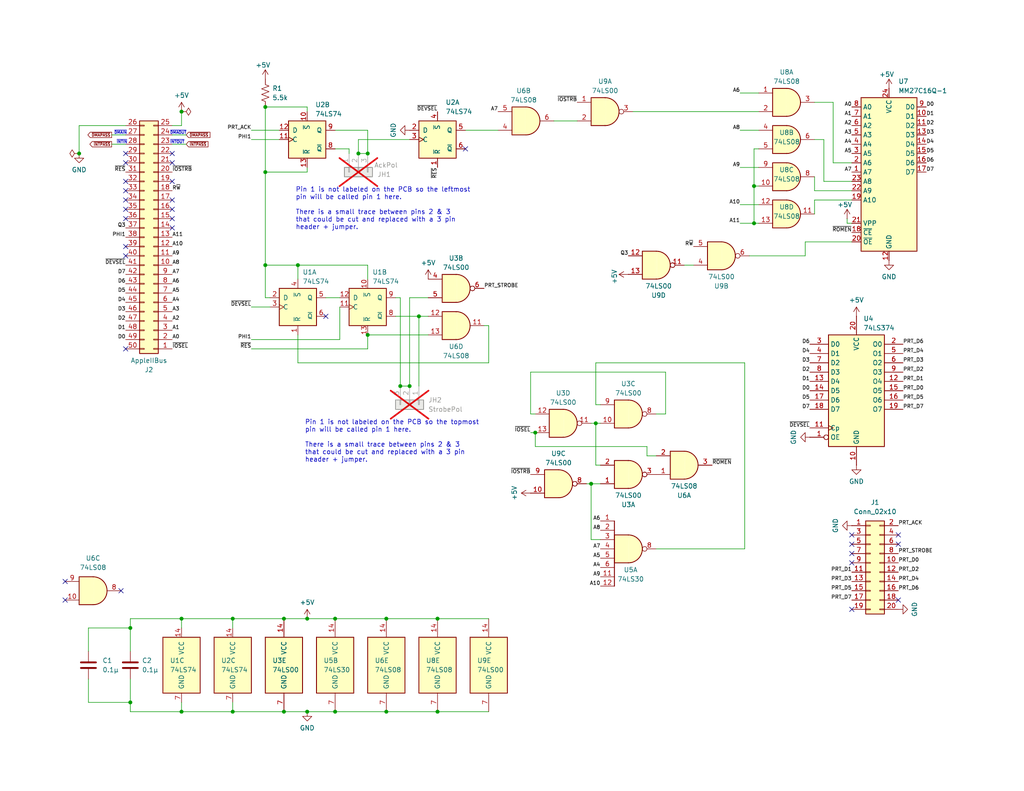
<source format=kicad_sch>
(kicad_sch (version 20231120) (generator "eeschema") (generator_version "8.0")
  (paper "USLetter")
  (title_block (title "Prometheus PRT-1 Printer Card") (date "2023-09-21") (rev "C") (comment 2 "captured by Mark Aikens") (comment 3 "by Prometheus Products Inc") (comment 4 "Generic Apple II printer card"))
  (lib_symbols
    (symbol "74xx:74LS00" (pin_names (offset 1.016))
      (property "Reference" "U" (at 0 1.27 0))
      (property "Value" "74LS00" (at 0 -1.27 0))
      (symbol "74LS00_1_1"
        (pin input line (at -7.62 2.54 0) (length 3.81) (name "~") (number "1"))
        (pin input line (at -7.62 -2.54 0) (length 3.81) (name "~") (number "2"))
        (pin output inverted (at 7.62 0 180) (length 3.81) (name "~") (number "3"))
      )
      (symbol "74LS00_1_2"
        (pin input inverted (at -7.62 2.54 0) (length 4.318) (name "~") (number "1"))
        (pin input inverted (at -7.62 -2.54 0) (length 4.318) (name "~") (number "2"))
        (pin output line (at 7.62 0 180) (length 3.81) (name "~") (number "3"))
      )
      (symbol "74LS00_2_1"
        (pin input line (at -7.62 2.54 0) (length 3.81) (name "~") (number "4"))
        (pin input line (at -7.62 -2.54 0) (length 3.81) (name "~") (number "5"))
        (pin output inverted (at 7.62 0 180) (length 3.81) (name "~") (number "6"))
      )
      (symbol "74LS00_2_2"
        (pin input inverted (at -7.62 2.54 0) (length 4.318) (name "~") (number "4"))
        (pin input inverted (at -7.62 -2.54 0) (length 4.318) (name "~") (number "5"))
        (pin output line (at 7.62 0 180) (length 3.81) (name "~") (number "6"))
      )
      (symbol "74LS00_3_1"
        (pin input line (at -7.62 -2.54 0) (length 3.81) (name "~") (number "10"))
        (pin output inverted (at 7.62 0 180) (length 3.81) (name "~") (number "8"))
        (pin input line (at -7.62 2.54 0) (length 3.81) (name "~") (number "9"))
      )
      (symbol "74LS00_3_2"
        (pin input inverted (at -7.62 -2.54 0) (length 4.318) (name "~") (number "10"))
        (pin output line (at 7.62 0 180) (length 3.81) (name "~") (number "8"))
        (pin input inverted (at -7.62 2.54 0) (length 4.318) (name "~") (number "9"))
      )
      (symbol "74LS00_4_1"
        (pin output inverted (at 7.62 0 180) (length 3.81) (name "~") (number "11"))
        (pin input line (at -7.62 2.54 0) (length 3.81) (name "~") (number "12"))
        (pin input line (at -7.62 -2.54 0) (length 3.81) (name "~") (number "13"))
      )
      (symbol "74LS00_4_2"
        (pin output line (at 7.62 0 180) (length 3.81) (name "~") (number "11"))
        (pin input inverted (at -7.62 2.54 0) (length 4.318) (name "~") (number "12"))
        (pin input inverted (at -7.62 -2.54 0) (length 4.318) (name "~") (number "13"))
      )
      (symbol "74LS00_5_0"
        (pin power_in line (at 0 12.7 270) (length 5.08) (name "VCC") (number "14"))
        (pin power_in line (at 0 -12.7 90) (length 5.08) (name "GND") (number "7"))
      )
    )
    (symbol "74xx:74LS08" (pin_names (offset 1.016))
      (property "Reference" "U" (at 0 1.27 0))
      (property "Value" "74LS08" (at 0 -1.27 0))
      (symbol "74LS08_1_1"
        (pin input line (at -7.62 2.54 0) (length 3.81) (name "~") (number "1"))
        (pin input line (at -7.62 -2.54 0) (length 3.81) (name "~") (number "2"))
        (pin output line (at 7.62 0 180) (length 3.81) (name "~") (number "3"))
      )
      (symbol "74LS08_1_2"
        (pin input inverted (at -7.62 2.54 0) (length 4.318) (name "~") (number "1"))
        (pin input inverted (at -7.62 -2.54 0) (length 4.318) (name "~") (number "2"))
        (pin output inverted (at 7.62 0 180) (length 3.81) (name "~") (number "3"))
      )
      (symbol "74LS08_2_1"
        (pin input line (at -7.62 2.54 0) (length 3.81) (name "~") (number "4"))
        (pin input line (at -7.62 -2.54 0) (length 3.81) (name "~") (number "5"))
        (pin output line (at 7.62 0 180) (length 3.81) (name "~") (number "6"))
      )
      (symbol "74LS08_2_2"
        (pin input inverted (at -7.62 2.54 0) (length 4.318) (name "~") (number "4"))
        (pin input inverted (at -7.62 -2.54 0) (length 4.318) (name "~") (number "5"))
        (pin output inverted (at 7.62 0 180) (length 3.81) (name "~") (number "6"))
      )
      (symbol "74LS08_3_1"
        (pin input line (at -7.62 -2.54 0) (length 3.81) (name "~") (number "10"))
        (pin output line (at 7.62 0 180) (length 3.81) (name "~") (number "8"))
        (pin input line (at -7.62 2.54 0) (length 3.81) (name "~") (number "9"))
      )
      (symbol "74LS08_3_2"
        (pin input inverted (at -7.62 -2.54 0) (length 4.318) (name "~") (number "10"))
        (pin output inverted (at 7.62 0 180) (length 3.81) (name "~") (number "8"))
        (pin input inverted (at -7.62 2.54 0) (length 4.318) (name "~") (number "9"))
      )
      (symbol "74LS08_4_1"
        (pin output line (at 7.62 0 180) (length 3.81) (name "~") (number "11"))
        (pin input line (at -7.62 2.54 0) (length 3.81) (name "~") (number "12"))
        (pin input line (at -7.62 -2.54 0) (length 3.81) (name "~") (number "13"))
      )
      (symbol "74LS08_4_2"
        (pin output inverted (at 7.62 0 180) (length 3.81) (name "~") (number "11"))
        (pin input inverted (at -7.62 2.54 0) (length 4.318) (name "~") (number "12"))
        (pin input inverted (at -7.62 -2.54 0) (length 4.318) (name "~") (number "13"))
      )
      (symbol "74LS08_5_0"
        (pin power_in line (at 0 12.7 270) (length 5.08) (name "VCC") (number "14"))
        (pin power_in line (at 0 -12.7 90) (length 5.08) (name "GND") (number "7"))
      )
    )
    (symbol "74xx:74LS30" (pin_names (offset 1.016))
      (property "Reference" "U" (at 0 1.27 0))
      (property "Value" "74LS30" (at 0 -1.27 0))
      (symbol "74LS30_1_1"
        (pin input line (at -7.62 7.62 0) (length 3.81) (name "~") (number "1"))
        (pin input line (at -7.62 -7.62 0) (length 3.81) (name "~") (number "11"))
        (pin input line (at -7.62 -10.16 0) (length 3.81) (name "~") (number "12"))
        (pin input line (at -7.62 5.08 0) (length 3.81) (name "~") (number "2"))
        (pin input line (at -7.62 2.54 0) (length 3.81) (name "~") (number "3"))
        (pin input line (at -7.62 0 0) (length 3.81) (name "~") (number "4"))
        (pin input line (at -7.62 -2.54 0) (length 3.81) (name "~") (number "5"))
        (pin input line (at -7.62 -5.08 0) (length 3.81) (name "~") (number "6"))
        (pin output inverted (at 7.62 0 180) (length 3.81) (name "~") (number "8"))
      )
      (symbol "74LS30_1_2"
        (pin input inverted (at -7.62 7.62 0) (length 3.81) (name "~") (number "1"))
        (pin input inverted (at -7.62 -7.62 0) (length 3.81) (name "~") (number "11"))
        (pin input inverted (at -7.62 -10.16 0) (length 3.81) (name "~") (number "12"))
        (pin input inverted (at -7.62 5.08 0) (length 3.81) (name "~") (number "2"))
        (pin input inverted (at -7.62 2.54 0) (length 4.5466) (name "~") (number "3"))
        (pin input inverted (at -7.62 0 0) (length 5.08) (name "~") (number "4"))
        (pin input inverted (at -7.62 -2.54 0) (length 4.5466) (name "~") (number "5"))
        (pin input inverted (at -7.62 -5.08 0) (length 3.81) (name "~") (number "6"))
        (pin output line (at 7.62 0 180) (length 3.81) (name "~") (number "8"))
      )
      (symbol "74LS30_2_0"
        (pin power_in line (at 0 12.7 270) (length 5.08) (name "VCC") (number "14"))
        (pin power_in line (at 0 -12.7 90) (length 5.08) (name "GND") (number "7"))
      )
    )
    (symbol "74xx:74LS374"
      (property "Reference" "U" (at -7.62 16.51 0))
      (property "Value" "74LS374" (at -7.62 -16.51 0))
      (symbol "74LS374_1_0"
        (pin input inverted (at -12.7 -12.7 0) (length 5.08) (name "OE") (number "1"))
        (pin power_in line (at 0 -20.32 90) (length 5.08) (name "GND") (number "10"))
        (pin input clock (at -12.7 -10.16 0) (length 5.08) (name "Cp") (number "11"))
        (pin tri_state line (at 12.7 2.54 180) (length 5.08) (name "O4") (number "12"))
        (pin input line (at -12.7 2.54 0) (length 5.08) (name "D4") (number "13"))
        (pin input line (at -12.7 0 0) (length 5.08) (name "D5") (number "14"))
        (pin tri_state line (at 12.7 0 180) (length 5.08) (name "O5") (number "15"))
        (pin tri_state line (at 12.7 -2.54 180) (length 5.08) (name "O6") (number "16"))
        (pin input line (at -12.7 -2.54 0) (length 5.08) (name "D6") (number "17"))
        (pin input line (at -12.7 -5.08 0) (length 5.08) (name "D7") (number "18"))
        (pin tri_state line (at 12.7 -5.08 180) (length 5.08) (name "O7") (number "19"))
        (pin tri_state line (at 12.7 12.7 180) (length 5.08) (name "O0") (number "2"))
        (pin power_in line (at 0 20.32 270) (length 5.08) (name "VCC") (number "20"))
        (pin input line (at -12.7 12.7 0) (length 5.08) (name "D0") (number "3"))
        (pin input line (at -12.7 10.16 0) (length 5.08) (name "D1") (number "4"))
        (pin tri_state line (at 12.7 10.16 180) (length 5.08) (name "O1") (number "5"))
        (pin tri_state line (at 12.7 7.62 180) (length 5.08) (name "O2") (number "6"))
        (pin input line (at -12.7 7.62 0) (length 5.08) (name "D2") (number "7"))
        (pin input line (at -12.7 5.08 0) (length 5.08) (name "D3") (number "8"))
        (pin tri_state line (at 12.7 5.08 180) (length 5.08) (name "O3") (number "9"))
      )
    )
    (symbol "74xx:74LS74" (pin_names (offset 1.016))
      (property "Reference" "U" (at -7.62 8.89 0))
      (property "Value" "74LS74" (at -7.62 -8.89 0))
      (symbol "74LS74_1_0"
        (pin input line (at 0 -7.62 90) (length 2.54) (name "~{R}") (number "1"))
        (pin input line (at -7.62 2.54 0) (length 2.54) (name "D") (number "2"))
        (pin input clock (at -7.62 0 0) (length 2.54) (name "C") (number "3"))
        (pin input line (at 0 7.62 270) (length 2.54) (name "~{S}") (number "4"))
        (pin output line (at 7.62 2.54 180) (length 2.54) (name "Q") (number "5"))
        (pin output line (at 7.62 -2.54 180) (length 2.54) (name "~{Q}") (number "6"))
      )
      (symbol "74LS74_2_0"
        (pin input line (at 0 7.62 270) (length 2.54) (name "~{S}") (number "10"))
        (pin input clock (at -7.62 0 0) (length 2.54) (name "C") (number "11"))
        (pin input line (at -7.62 2.54 0) (length 2.54) (name "D") (number "12"))
        (pin input line (at 0 -7.62 90) (length 2.54) (name "~{R}") (number "13"))
        (pin output line (at 7.62 -2.54 180) (length 2.54) (name "~{Q}") (number "8"))
        (pin output line (at 7.62 2.54 180) (length 2.54) (name "Q") (number "9"))
      )
      (symbol "74LS74_3_0"
        (pin power_in line (at 0 10.16 270) (length 2.54) (name "VCC") (number "14"))
        (pin power_in line (at 0 -10.16 90) (length 2.54) (name "GND") (number "7"))
      )
    )
    (symbol "Connector_Generic:Conn_01x03" (pin_names (offset 1.016) hide)
      (property "Reference" "J" (at 0 5.08 0))
      (property "Value" "Conn_01x03" (at 0 -5.08 0))
      (symbol "Conn_01x03_1_1"
        (pin passive line (at -5.08 2.54 0) (length 3.81) (name "Pin_1") (number "1"))
        (pin passive line (at -5.08 0 0) (length 3.81) (name "Pin_2") (number "2"))
        (pin passive line (at -5.08 -2.54 0) (length 3.81) (name "Pin_3") (number "3"))
      )
    )
    (symbol "Connector_Generic:Conn_02x10_Odd_Even" (pin_names (offset 1.016) hide)
      (property "Reference" "J" (at 1.27 12.7 0))
      (property "Value" "Conn_02x10_Odd_Even" (at 1.27 -15.24 0))
      (symbol "Conn_02x10_Odd_Even_1_1"
        (pin passive line (at -5.08 10.16 0) (length 3.81) (name "Pin_1") (number "1"))
        (pin passive line (at 7.62 0 180) (length 3.81) (name "Pin_10") (number "10"))
        (pin passive line (at -5.08 -2.54 0) (length 3.81) (name "Pin_11") (number "11"))
        (pin passive line (at 7.62 -2.54 180) (length 3.81) (name "Pin_12") (number "12"))
        (pin passive line (at -5.08 -5.08 0) (length 3.81) (name "Pin_13") (number "13"))
        (pin passive line (at 7.62 -5.08 180) (length 3.81) (name "Pin_14") (number "14"))
        (pin passive line (at -5.08 -7.62 0) (length 3.81) (name "Pin_15") (number "15"))
        (pin passive line (at 7.62 -7.62 180) (length 3.81) (name "Pin_16") (number "16"))
        (pin passive line (at -5.08 -10.16 0) (length 3.81) (name "Pin_17") (number "17"))
        (pin passive line (at 7.62 -10.16 180) (length 3.81) (name "Pin_18") (number "18"))
        (pin passive line (at -5.08 -12.7 0) (length 3.81) (name "Pin_19") (number "19"))
        (pin passive line (at 7.62 10.16 180) (length 3.81) (name "Pin_2") (number "2"))
        (pin passive line (at 7.62 -12.7 180) (length 3.81) (name "Pin_20") (number "20"))
        (pin passive line (at -5.08 7.62 0) (length 3.81) (name "Pin_3") (number "3"))
        (pin passive line (at 7.62 7.62 180) (length 3.81) (name "Pin_4") (number "4"))
        (pin passive line (at -5.08 5.08 0) (length 3.81) (name "Pin_5") (number "5"))
        (pin passive line (at 7.62 5.08 180) (length 3.81) (name "Pin_6") (number "6"))
        (pin passive line (at -5.08 2.54 0) (length 3.81) (name "Pin_7") (number "7"))
        (pin passive line (at 7.62 2.54 180) (length 3.81) (name "Pin_8") (number "8"))
        (pin passive line (at -5.08 0 0) (length 3.81) (name "Pin_9") (number "9"))
      )
    )
    (symbol "Connector_Generic:Conn_02x25_Counter_Clockwise" (pin_names (offset 1.016) hide)
      (property "Reference" "J" (at 1.27 33.02 0))
      (property "Value" "Conn_02x25_Counter_Clockwise" (at 1.27 -33.02 0))
      (symbol "Conn_02x25_Counter_Clockwise_1_1"
        (pin passive line (at -5.08 30.48 0) (length 3.81) (name "Pin_1") (number "1"))
        (pin passive line (at -5.08 7.62 0) (length 3.81) (name "Pin_10") (number "10"))
        (pin passive line (at -5.08 5.08 0) (length 3.81) (name "Pin_11") (number "11"))
        (pin passive line (at -5.08 2.54 0) (length 3.81) (name "Pin_12") (number "12"))
        (pin passive line (at -5.08 0 0) (length 3.81) (name "Pin_13") (number "13"))
        (pin passive line (at -5.08 -2.54 0) (length 3.81) (name "Pin_14") (number "14"))
        (pin passive line (at -5.08 -5.08 0) (length 3.81) (name "Pin_15") (number "15"))
        (pin passive line (at -5.08 -7.62 0) (length 3.81) (name "Pin_16") (number "16"))
        (pin passive line (at -5.08 -10.16 0) (length 3.81) (name "Pin_17") (number "17"))
        (pin passive line (at -5.08 -12.7 0) (length 3.81) (name "Pin_18") (number "18"))
        (pin passive line (at -5.08 -15.24 0) (length 3.81) (name "Pin_19") (number "19"))
        (pin passive line (at -5.08 27.94 0) (length 3.81) (name "Pin_2") (number "2"))
        (pin passive line (at -5.08 -17.78 0) (length 3.81) (name "Pin_20") (number "20"))
        (pin passive line (at -5.08 -20.32 0) (length 3.81) (name "Pin_21") (number "21"))
        (pin passive line (at -5.08 -22.86 0) (length 3.81) (name "Pin_22") (number "22"))
        (pin passive line (at -5.08 -25.4 0) (length 3.81) (name "Pin_23") (number "23"))
        (pin passive line (at -5.08 -27.94 0) (length 3.81) (name "Pin_24") (number "24"))
        (pin passive line (at -5.08 -30.48 0) (length 3.81) (name "Pin_25") (number "25"))
        (pin passive line (at 7.62 -30.48 180) (length 3.81) (name "Pin_26") (number "26"))
        (pin passive line (at 7.62 -27.94 180) (length 3.81) (name "Pin_27") (number "27"))
        (pin passive line (at 7.62 -25.4 180) (length 3.81) (name "Pin_28") (number "28"))
        (pin passive line (at 7.62 -22.86 180) (length 3.81) (name "Pin_29") (number "29"))
        (pin passive line (at -5.08 25.4 0) (length 3.81) (name "Pin_3") (number "3"))
        (pin passive line (at 7.62 -20.32 180) (length 3.81) (name "Pin_30") (number "30"))
        (pin passive line (at 7.62 -17.78 180) (length 3.81) (name "Pin_31") (number "31"))
        (pin passive line (at 7.62 -15.24 180) (length 3.81) (name "Pin_32") (number "32"))
        (pin passive line (at 7.62 -12.7 180) (length 3.81) (name "Pin_33") (number "33"))
        (pin passive line (at 7.62 -10.16 180) (length 3.81) (name "Pin_34") (number "34"))
        (pin passive line (at 7.62 -7.62 180) (length 3.81) (name "Pin_35") (number "35"))
        (pin passive line (at 7.62 -5.08 180) (length 3.81) (name "Pin_36") (number "36"))
        (pin passive line (at 7.62 -2.54 180) (length 3.81) (name "Pin_37") (number "37"))
        (pin passive line (at 7.62 0 180) (length 3.81) (name "Pin_38") (number "38"))
        (pin passive line (at 7.62 2.54 180) (length 3.81) (name "Pin_39") (number "39"))
        (pin passive line (at -5.08 22.86 0) (length 3.81) (name "Pin_4") (number "4"))
        (pin passive line (at 7.62 5.08 180) (length 3.81) (name "Pin_40") (number "40"))
        (pin passive line (at 7.62 7.62 180) (length 3.81) (name "Pin_41") (number "41"))
        (pin passive line (at 7.62 10.16 180) (length 3.81) (name "Pin_42") (number "42"))
        (pin passive line (at 7.62 12.7 180) (length 3.81) (name "Pin_43") (number "43"))
        (pin passive line (at 7.62 15.24 180) (length 3.81) (name "Pin_44") (number "44"))
        (pin passive line (at 7.62 17.78 180) (length 3.81) (name "Pin_45") (number "45"))
        (pin passive line (at 7.62 20.32 180) (length 3.81) (name "Pin_46") (number "46"))
        (pin passive line (at 7.62 22.86 180) (length 3.81) (name "Pin_47") (number "47"))
        (pin passive line (at 7.62 25.4 180) (length 3.81) (name "Pin_48") (number "48"))
        (pin passive line (at 7.62 27.94 180) (length 3.81) (name "Pin_49") (number "49"))
        (pin passive line (at -5.08 20.32 0) (length 3.81) (name "Pin_5") (number "5"))
        (pin passive line (at 7.62 30.48 180) (length 3.81) (name "Pin_50") (number "50"))
        (pin passive line (at -5.08 17.78 0) (length 3.81) (name "Pin_6") (number "6"))
        (pin passive line (at -5.08 15.24 0) (length 3.81) (name "Pin_7") (number "7"))
        (pin passive line (at -5.08 12.7 0) (length 3.81) (name "Pin_8") (number "8"))
        (pin passive line (at -5.08 10.16 0) (length 3.81) (name "Pin_9") (number "9"))
      )
    )
    (symbol "Device:C" (pin_numbers hide) (pin_names (offset 0.254))
      (property "Reference" "C" (at 0.635 2.54 0))
      (property "Value" "C" (at 0.635 -2.54 0))
      (symbol "C_1_1"
        (pin passive line (at 0 3.81 270) (length 2.794) (name "~") (number "1"))
        (pin passive line (at 0 -3.81 90) (length 2.794) (name "~") (number "2"))
      )
    )
    (symbol "Device:R_US" (pin_numbers hide) (pin_names (offset 0))
      (property "Reference" "R" (at 2.54 0 90))
      (property "Value" "R_US" (at -2.54 0 90))
      (symbol "R_US_1_1"
        (pin passive line (at 0 3.81 270) (length 1.27) (name "~") (number "1"))
        (pin passive line (at 0 -3.81 90) (length 1.27) (name "~") (number "2"))
      )
    )
    (symbol "Memory_Legacy:27C16"
      (property "Reference" "U" (at -7.62 24.13 0))
      (property "Value" "27C16" (at 2.54 -20.32 0))
      (symbol "27C16_1_1"
        (pin input line (at -10.16 2.54 0) (length 2.54) (name "A7") (number "1"))
        (pin tri_state line (at 10.16 17.78 180) (length 2.54) (name "D1") (number "10"))
        (pin tri_state line (at 10.16 15.24 180) (length 2.54) (name "D2") (number "11"))
        (pin power_in line (at 0 -21.59 90) (length 2.54) (name "GND") (number "12"))
        (pin tri_state line (at 10.16 12.7 180) (length 2.54) (name "D3") (number "13"))
        (pin tri_state line (at 10.16 10.16 180) (length 2.54) (name "D4") (number "14"))
        (pin tri_state line (at 10.16 7.62 180) (length 2.54) (name "D5") (number "15"))
        (pin tri_state line (at 10.16 5.08 180) (length 2.54) (name "D6") (number "16"))
        (pin tri_state line (at 10.16 2.54 180) (length 2.54) (name "D7") (number "17"))
        (pin input line (at -10.16 -13.97 0) (length 2.54) (name "~{CE}") (number "18"))
        (pin input line (at -10.16 -5.08 0) (length 2.54) (name "A10") (number "19"))
        (pin input line (at -10.16 5.08 0) (length 2.54) (name "A6") (number "2"))
        (pin input line (at -10.16 -16.51 0) (length 2.54) (name "~{OE}") (number "20"))
        (pin input line (at -10.16 -11.43 0) (length 2.54) (name "VPP") (number "21"))
        (pin input line (at -10.16 -2.54 0) (length 2.54) (name "A9") (number "22"))
        (pin input line (at -10.16 0 0) (length 2.54) (name "A8") (number "23"))
        (pin power_in line (at 0 25.4 270) (length 2.54) (name "VCC") (number "24"))
        (pin input line (at -10.16 7.62 0) (length 2.54) (name "A5") (number "3"))
        (pin input line (at -10.16 10.16 0) (length 2.54) (name "A4") (number "4"))
        (pin input line (at -10.16 12.7 0) (length 2.54) (name "A3") (number "5"))
        (pin input line (at -10.16 15.24 0) (length 2.54) (name "A2") (number "6"))
        (pin input line (at -10.16 17.78 0) (length 2.54) (name "A1") (number "7"))
        (pin input line (at -10.16 20.32 0) (length 2.54) (name "A0") (number "8"))
        (pin tri_state line (at 10.16 20.32 180) (length 2.54) (name "D0") (number "9"))
      )
    )
    (symbol "power:+5V" (power) (pin_numbers hide) (pin_names (offset 0) hide)
      (property "Value" "+5V" (at 0 3.556 0))
      (symbol "+5V_1_1"
        (pin power_in line (at 0 0 90) (length 0) (name "~") (number "1"))
      )
    )
    (symbol "power:GND" (power) (pin_numbers hide) (pin_names (offset 0) hide)
      (property "Value" "GND" (at 0 -3.81 0))
      (symbol "GND_1_1"
        (pin power_in line (at 0 0 270) (length 0) (name "~") (number "1"))
      )
    )
    (symbol "power:PWR_FLAG" (power) (pin_numbers hide) (pin_names (offset 0) hide)
      (property "Value" "PWR_FLAG" (at 0 3.81 0))
      (symbol "PWR_FLAG_0_0"
        (pin power_out line (at 0 0 90) (length 0) (name "~") (number "1"))
      )
    )
  )
  (junction (at 105.41 168.91))
  (junction (at 49.53 30.48))
  (junction (at 114.3 86.36))
  (junction (at 83.82 194.31))
  (junction (at 63.5 168.91))
  (junction (at 72.39 72.39))
  (junction (at 77.47 194.31))
  (junction (at 146.05 118.11))
  (junction (at 21.59 41.91))
  (junction (at 100.33 91.44))
  (junction (at 162.56 115.57))
  (junction (at 72.39 29.21))
  (junction (at 49.53 168.91))
  (junction (at 205.74 50.8))
  (junction (at 91.44 194.31))
  (junction (at 91.44 168.91))
  (junction (at 35.56 191.77))
  (junction (at 97.79 41.91))
  (junction (at 161.29 132.08))
  (junction (at 83.82 168.91))
  (junction (at 119.38 194.31))
  (junction (at 100.33 41.91))
  (junction (at 81.28 72.39))
  (junction (at 105.41 194.31))
  (junction (at 119.38 168.91))
  (junction (at 49.53 194.31))
  (junction (at 77.47 168.91))
  (junction (at 35.56 171.45))
  (junction (at 63.5 194.31))
  (junction (at 109.22 105.41))
  (junction (at 111.76 105.41))
  (junction (at 72.39 46.99))
  (junction (at 205.74 60.96))
  (no_connect (at 127 40.64))
  (no_connect (at 34.29 49.53))
  (no_connect (at 34.29 44.45))
  (no_connect (at 34.29 54.61))
  (no_connect (at 245.11 146.05))
  (no_connect (at 232.41 151.13))
  (no_connect (at 34.29 95.25))
  (no_connect (at 232.41 146.05))
  (no_connect (at 34.29 59.69))
  (no_connect (at 34.29 67.31))
  (no_connect (at 34.29 69.85))
  (no_connect (at 46.99 62.23))
  (no_connect (at 34.29 57.15))
  (no_connect (at 88.9 86.36))
  (no_connect (at 17.78 163.83))
  (no_connect (at 232.41 166.37))
  (no_connect (at 46.99 49.53))
  (no_connect (at 46.99 57.15))
  (no_connect (at 46.99 41.91))
  (no_connect (at 46.99 44.45))
  (no_connect (at 17.78 158.75))
  (no_connect (at 34.29 41.91))
  (no_connect (at 232.41 148.59))
  (no_connect (at 33.02 161.29))
  (no_connect (at 245.11 148.59))
  (no_connect (at 245.11 163.83))
  (no_connect (at 46.99 54.61))
  (no_connect (at 232.41 153.67))
  (no_connect (at 34.29 52.07))
  (no_connect (at 46.99 59.69))
  (wire (pts (xy 144.78 118.11) (xy 146.05 118.11)))
  (wire (pts (xy 133.35 88.9) (xy 133.35 99.06)))
  (wire (pts (xy 162.56 127) (xy 163.83 127)))
  (wire (pts (xy 219.71 69.85) (xy 204.47 69.85)))
  (wire (pts (xy 176.53 121.92) (xy 176.53 124.46)))
  (wire (pts (xy 68.58 35.56) (xy 76.2 35.56)))
  (wire (pts (xy 72.39 72.39) (xy 81.28 72.39)))
  (wire (pts (xy 222.25 54.61) (xy 232.41 54.61)))
  (wire (pts (xy 109.22 105.41) (xy 111.76 105.41)))
  (wire (pts (xy 172.72 30.48) (xy 207.01 30.48)))
  (wire (pts (xy 72.39 29.21) (xy 83.82 29.21)))
  (wire (pts (xy 24.13 171.45) (xy 24.13 177.8)))
  (wire (pts (xy 68.58 83.82) (xy 73.66 83.82)))
  (wire (pts (xy 181.61 113.03) (xy 181.61 101.6)))
  (wire (pts (xy 133.35 99.06) (xy 81.28 99.06)))
  (wire (pts (xy 24.13 191.77) (xy 24.13 185.42)))
  (wire (pts (xy 83.82 194.31) (xy 91.44 194.31)))
  (wire (pts (xy 88.9 81.28) (xy 92.71 81.28)))
  (wire (pts (xy 105.41 194.31) (xy 119.38 194.31)))
  (wire (pts (xy 162.56 115.57) (xy 163.83 115.57)))
  (wire (pts (xy 222.25 52.07) (xy 232.41 52.07)))
  (wire (pts (xy 49.53 168.91) (xy 49.53 171.45)))
  (wire (pts (xy 205.74 50.8) (xy 205.74 40.64)))
  (wire (pts (xy 161.29 132.08) (xy 163.83 132.08)))
  (wire (pts (xy 201.93 60.96) (xy 205.74 60.96)))
  (wire (pts (xy 114.3 86.36) (xy 114.3 105.41)))
  (wire (pts (xy 162.56 110.49) (xy 163.83 110.49)))
  (wire (pts (xy 68.58 95.25) (xy 100.33 95.25)))
  (wire (pts (xy 100.33 35.56) (xy 100.33 41.91)))
  (wire (pts (xy 95.25 40.64) (xy 91.44 40.64)))
  (wire (pts (xy 179.07 149.86) (xy 203.2 149.86)))
  (wire (pts (xy 49.53 194.31) (xy 35.56 194.31)))
  (wire (pts (xy 91.44 194.31) (xy 105.41 194.31)))
  (wire (pts (xy 161.29 132.08) (xy 161.29 147.32)))
  (wire (pts (xy 114.3 86.36) (xy 116.84 86.36)))
  (wire (pts (xy 201.93 25.4) (xy 207.01 25.4)))
  (wire (pts (xy 77.47 168.91) (xy 83.82 168.91)))
  (wire (pts (xy 205.74 60.96) (xy 207.01 60.96)))
  (wire (pts (xy 24.13 191.77) (xy 35.56 191.77)))
  (wire (pts (xy 100.33 91.44) (xy 116.84 91.44)))
  (wire (pts (xy 111.76 81.28) (xy 111.76 105.41)))
  (wire (pts (xy 146.05 118.11) (xy 146.05 121.92)))
  (wire (pts (xy 83.82 46.99) (xy 83.82 45.72)))
  (wire (pts (xy 83.82 29.21) (xy 83.82 30.48)))
  (wire (pts (xy 111.76 81.28) (xy 116.84 81.28)))
  (wire (pts (xy 119.38 168.91) (xy 133.35 168.91)))
  (wire (pts (xy 77.47 194.31) (xy 83.82 194.31)))
  (wire (pts (xy 203.2 99.06) (xy 162.56 99.06)))
  (wire (pts (xy 132.08 88.9) (xy 133.35 88.9)))
  (wire (pts (xy 72.39 72.39) (xy 72.39 81.28)))
  (wire (pts (xy 72.39 46.99) (xy 72.39 72.39)))
  (wire (pts (xy 163.83 147.32) (xy 161.29 147.32)))
  (wire (pts (xy 176.53 124.46) (xy 179.07 124.46)))
  (wire (pts (xy 201.93 45.72) (xy 207.01 45.72)))
  (wire (pts (xy 205.74 50.8) (xy 205.74 60.96)))
  (wire (pts (xy 30.48 36.83) (xy 34.29 36.83)))
  (wire (pts (xy 72.39 46.99) (xy 83.82 46.99)))
  (wire (pts (xy 91.44 35.56) (xy 100.33 35.56)))
  (wire (pts (xy 63.5 168.91) (xy 77.47 168.91)))
  (wire (pts (xy 100.33 76.2) (xy 100.33 72.39)))
  (wire (pts (xy 49.53 194.31) (xy 49.53 191.77)))
  (wire (pts (xy 49.53 168.91) (xy 35.56 168.91)))
  (wire (pts (xy 224.79 49.53) (xy 224.79 38.1)))
  (wire (pts (xy 24.13 171.45) (xy 35.56 171.45)))
  (wire (pts (xy 127 35.56) (xy 135.89 35.56)))
  (wire (pts (xy 162.56 99.06) (xy 162.56 110.49)))
  (wire (pts (xy 46.99 36.83) (xy 50.8 36.83)))
  (wire (pts (xy 30.48 39.37) (xy 34.29 39.37)))
  (wire (pts (xy 72.39 81.28) (xy 73.66 81.28)))
  (wire (pts (xy 144.78 113.03) (xy 146.05 113.03)))
  (wire (pts (xy 68.58 38.1) (xy 76.2 38.1)))
  (wire (pts (xy 35.56 191.77) (xy 35.56 185.42)))
  (wire (pts (xy 207.01 50.8) (xy 205.74 50.8)))
  (wire (pts (xy 63.5 191.77) (xy 63.5 194.31)))
  (wire (pts (xy 144.78 101.6) (xy 144.78 113.03)))
  (wire (pts (xy 92.71 83.82) (xy 92.71 92.71)))
  (wire (pts (xy 49.53 30.48) (xy 49.53 34.29)))
  (wire (pts (xy 81.28 91.44) (xy 81.28 99.06)))
  (wire (pts (xy 109.22 81.28) (xy 109.22 105.41)))
  (wire (pts (xy 205.74 40.64) (xy 207.01 40.64)))
  (wire (pts (xy 201.93 35.56) (xy 207.01 35.56)))
  (wire (pts (xy 97.79 38.1) (xy 111.76 38.1)))
  (wire (pts (xy 91.44 168.91) (xy 105.41 168.91)))
  (wire (pts (xy 35.56 168.91) (xy 35.56 171.45)))
  (wire (pts (xy 81.28 72.39) (xy 81.28 76.2)))
  (wire (pts (xy 222.25 48.26) (xy 222.25 52.07)))
  (wire (pts (xy 224.79 38.1) (xy 222.25 38.1)))
  (wire (pts (xy 203.2 149.86) (xy 203.2 99.06)))
  (wire (pts (xy 81.28 72.39) (xy 100.33 72.39)))
  (wire (pts (xy 35.56 171.45) (xy 35.56 177.8)))
  (wire (pts (xy 224.79 49.53) (xy 232.41 49.53)))
  (wire (pts (xy 114.3 86.36) (xy 107.95 86.36)))
  (wire (pts (xy 107.95 81.28) (xy 109.22 81.28)))
  (wire (pts (xy 63.5 168.91) (xy 63.5 171.45)))
  (wire (pts (xy 105.41 168.91) (xy 119.38 168.91)))
  (wire (pts (xy 119.38 194.31) (xy 133.35 194.31)))
  (wire (pts (xy 100.33 91.44) (xy 100.33 95.25)))
  (wire (pts (xy 181.61 101.6) (xy 144.78 101.6)))
  (wire (pts (xy 72.39 29.21) (xy 72.39 46.99)))
  (wire (pts (xy 231.14 60.96) (xy 232.41 60.96)))
  (wire (pts (xy 97.79 41.91) (xy 100.33 41.91)))
  (wire (pts (xy 21.59 34.29) (xy 21.59 41.91)))
  (wire (pts (xy 227.33 44.45) (xy 227.33 27.94)))
  (wire (pts (xy 63.5 168.91) (xy 49.53 168.91)))
  (wire (pts (xy 231.14 59.69) (xy 231.14 60.96)))
  (wire (pts (xy 83.82 168.91) (xy 91.44 168.91)))
  (wire (pts (xy 227.33 44.45) (xy 232.41 44.45)))
  (wire (pts (xy 35.56 194.31) (xy 35.56 191.77)))
  (wire (pts (xy 179.07 113.03) (xy 181.61 113.03)))
  (wire (pts (xy 161.29 132.08) (xy 160.02 132.08)))
  (wire (pts (xy 63.5 194.31) (xy 77.47 194.31)))
  (wire (pts (xy 161.29 115.57) (xy 162.56 115.57)))
  (wire (pts (xy 68.58 92.71) (xy 92.71 92.71)))
  (wire (pts (xy 97.79 38.1) (xy 97.79 41.91)))
  (wire (pts (xy 63.5 194.31) (xy 49.53 194.31)))
  (wire (pts (xy 46.99 39.37) (xy 50.8 39.37)))
  (wire (pts (xy 222.25 58.42) (xy 222.25 54.61)))
  (wire (pts (xy 189.23 72.39) (xy 186.69 72.39)))
  (wire (pts (xy 219.71 66.04) (xy 219.71 69.85)))
  (wire (pts (xy 95.25 40.64) (xy 95.25 41.91)))
  (wire (pts (xy 162.56 115.57) (xy 162.56 127)))
  (wire (pts (xy 227.33 27.94) (xy 222.25 27.94)))
  (wire (pts (xy 201.93 55.88) (xy 207.01 55.88)))
  (wire (pts (xy 34.29 34.29) (xy 21.59 34.29)))
  (wire (pts (xy 49.53 34.29) (xy 46.99 34.29)))
  (wire (pts (xy 157.48 33.02) (xy 151.13 33.02)))
  (wire (pts (xy 232.41 66.04) (xy 219.71 66.04)))
  (wire (pts (xy 146.05 121.92) (xy 176.53 121.92)))
  (text "Pin 1 is not labeled on the PCB so the leftmost\npin will be called pin 1 here.\n\nThere is a small trace between pins 2 & 3\nthat could be cut and replaced with a 3 pin\nheader + jumper." (at 80.645 62.865 0) (effects (font (size 1.27 1.27)) (justify left bottom)))
  (text "~{DMAIN}" (at 31.115 36.83 0) (effects (font (size 0.75 0.75)) (justify left bottom)))
  (text "~{INTOUT}" (at 46.355 39.37 0) (effects (font (size 0.75 0.75)) (justify left bottom)))
  (text "~{DMAOUT}" (at 46.355 36.83 0) (effects (font (size 0.75 0.75)) (justify left bottom)))
  (text "~{INTIN}" (at 31.75 39.37 0) (effects (font (size 0.75 0.75)) (justify left bottom)))
  (text "Pin 1 is not labeled on the PCB so the topmost\npin will be called pin 1 here.\n\nThere is a small trace between pins 2 & 3\nthat could be cut and replaced with a 3 pin\nheader + jumper." (at 83.185 126.365 0) (effects (font (size 1.27 1.27)) (justify left bottom)))
  (label "D3" (at 220.98 99.06 180) (effects (font (size 1 1))))
  (label "A11" (at 46.99 64.77 0) (effects (font (size 1 1))))
  (label "Q3" (at 34.29 62.23 180) (effects (font (size 1 1))))
  (label "PHI1" (at 68.58 92.71 180) (effects (font (size 1 1))))
  (label "A3" (at 46.99 85.09 0) (effects (font (size 1 1))))
  (label "A6" (at 46.99 77.47 0) (effects (font (size 1 1))))
  (label "~{IOSTRB}" (at 46.99 46.99 0) (effects (font (size 1 1))))
  (label "PRT_ACK" (at 245.11 143.51 0) (effects (font (size 1 1))))
  (label "PRT_D1" (at 232.41 156.21 180) (effects (font (size 1 1))))
  (label "D5" (at 34.29 80.01 180) (effects (font (size 1 1))))
  (label "A7" (at 163.83 149.86 180) (effects (font (size 1 1))))
  (label "D2" (at 34.29 87.63 180) (effects (font (size 1 1))))
  (label "A3" (at 232.41 36.83 180) (effects (font (size 1 1))))
  (label "A0" (at 232.41 29.21 180) (effects (font (size 1 1))))
  (label "PRT_D7" (at 232.41 163.83 180) (effects (font (size 1 1))))
  (label "~{DEVSEL}" (at 68.58 83.82 180) (effects (font (size 1 1))))
  (label "PRT_D1" (at 246.38 104.14 0) (effects (font (size 1 1))))
  (label "PRT_D7" (at 246.38 111.76 0) (effects (font (size 1 1))))
  (label "A4" (at 232.41 39.37 180) (effects (font (size 1 1))))
  (label "~{DEVSEL}" (at 220.98 116.84 180) (effects (font (size 1 1))))
  (label "A5" (at 232.41 41.91 180) (effects (font (size 1 1))))
  (label "PRT_D4" (at 245.11 158.75 0) (effects (font (size 1 1))))
  (label "PRT_D0" (at 246.38 106.68 0) (effects (font (size 1 1))))
  (label "D0" (at 252.73 29.21 0) (effects (font (size 1 1))))
  (label "A9" (at 46.99 69.85 0) (effects (font (size 1 1))))
  (label "A4" (at 46.99 82.55 0) (effects (font (size 1 1))))
  (label "~{IOSTRB}" (at 157.48 27.94 180) (effects (font (size 1 1))))
  (label "PHI1" (at 68.58 38.1 180) (effects (font (size 1 1))))
  (label "D6" (at 34.29 77.47 180) (effects (font (size 1 1))))
  (label "PRT_D4" (at 246.38 96.52 0) (effects (font (size 1 1))))
  (label "A9" (at 163.83 157.48 180) (effects (font (size 1 1))))
  (label "~{ROMEN}" (at 194.31 127 0) (effects (font (size 1 1))))
  (label "D1" (at 34.29 90.17 180) (effects (font (size 1 1))))
  (label "~{ROMEN}" (at 232.41 63.5 180) (effects (font (size 1 1))))
  (label "PRT_D0" (at 245.11 153.67 0) (effects (font (size 1 1))))
  (label "A6" (at 201.93 25.4 180) (effects (font (size 1 1))))
  (label "PRT_D6" (at 245.11 161.29 0) (effects (font (size 1 1))))
  (label "D0" (at 34.29 92.71 180) (effects (font (size 1 1))))
  (label "A8" (at 46.99 72.39 0) (effects (font (size 1 1))))
  (label "PRT_D5" (at 246.38 109.22 0) (effects (font (size 1 1))))
  (label "D3" (at 252.73 36.83 0) (effects (font (size 1 1))))
  (label "A7" (at 46.99 74.93 0) (effects (font (size 1 1))))
  (label "D7" (at 220.98 111.76 180) (effects (font (size 1 1))))
  (label "D6" (at 220.98 93.98 180) (effects (font (size 1 1))))
  (label "D5" (at 220.98 109.22 180) (effects (font (size 1 1))))
  (label "A8" (at 163.83 144.78 180) (effects (font (size 1 1))))
  (label "PRT_D3" (at 246.38 99.06 0) (effects (font (size 1 1))))
  (label "A0" (at 46.99 92.71 0) (effects (font (size 1 1))))
  (label "A1" (at 232.41 31.75 180) (effects (font (size 1 1))))
  (label "A1" (at 46.99 90.17 0) (effects (font (size 1 1))))
  (label "A6" (at 163.83 142.24 180) (effects (font (size 1 1))))
  (label "~{DEVSEL}" (at 34.29 72.39 180) (effects (font (size 1 1))))
  (label "PRT_STROBE" (at 245.11 151.13 0) (effects (font (size 1 1))))
  (label "A10" (at 46.99 67.31 0) (effects (font (size 1 1))))
  (label "D1" (at 252.73 31.75 0) (effects (font (size 1 1))))
  (label "A7" (at 232.41 46.99 180) (effects (font (size 1 1))))
  (label "PRT_D2" (at 246.38 101.6 0) (effects (font (size 1 1))))
  (label "PRT_D6" (at 246.38 93.98 0) (effects (font (size 1 1))))
  (label "A5" (at 46.99 80.01 0) (effects (font (size 1 1))))
  (label "D2" (at 220.98 101.6 180) (effects (font (size 1 1))))
  (label "D7" (at 34.29 74.93 180) (effects (font (size 1 1))))
  (label "D5" (at 252.73 41.91 0) (effects (font (size 1 1))))
  (label "A2" (at 46.99 87.63 0) (effects (font (size 1 1))))
  (label "A9" (at 201.93 45.72 180) (effects (font (size 1 1))))
  (label "Q3" (at 171.45 69.85 180) (effects (font (size 1 1))))
  (label "A10" (at 163.83 160.02 180) (effects (font (size 1 1))))
  (label "~{RES}" (at 68.58 95.25 180) (effects (font (size 1 1))))
  (label "~{IOSEL}" (at 144.78 118.11 180) (effects (font (size 1 1))))
  (label "A11" (at 201.93 60.96 180) (effects (font (size 1 1))))
  (label "R~{W}" (at 189.23 67.31 180) (effects (font (size 1 1))))
  (label "~{IOSTRB}" (at 144.78 129.54 180) (effects (font (size 1 1))))
  (label "A2" (at 232.41 34.29 180) (effects (font (size 1 1))))
  (label "D4" (at 252.73 39.37 0) (effects (font (size 1 1))))
  (label "PRT_ACK" (at 68.58 35.56 180) (effects (font (size 1 1))))
  (label "A8" (at 201.93 35.56 180) (effects (font (size 1 1))))
  (label "D4" (at 34.29 82.55 180) (effects (font (size 1 1))))
  (label "PHI1" (at 34.29 64.77 180) (effects (font (size 1 1))))
  (label "~{RES}" (at 34.29 46.99 180) (effects (font (size 1 1))))
  (label "D1" (at 220.98 104.14 180) (effects (font (size 1 1))))
  (label "D6" (at 252.73 44.45 0) (effects (font (size 1 1))))
  (label "A7" (at 135.89 30.48 180) (effects (font (size 1 1))))
  (label "D0" (at 220.98 106.68 180) (effects (font (size 1 1))))
  (label "D2" (at 252.73 34.29 0) (effects (font (size 1 1))))
  (label "D4" (at 220.98 96.52 180) (effects (font (size 1 1))))
  (label "A10" (at 201.93 55.88 180) (effects (font (size 1 1))))
  (label "~{DEVSEL}" (at 119.38 30.48 180) (effects (font (size 1 1))))
  (label "~{RES}" (at 119.38 45.72 270) (effects (font (size 1 1))))
  (label "PRT_D2" (at 245.11 156.21 0) (effects (font (size 1 1))))
  (label "PRT_D5" (at 232.41 161.29 180) (effects (font (size 1 1))))
  (label "PRT_STROBE" (at 132.08 78.74 0) (effects (font (size 1 1))))
  (label "PRT_D3" (at 232.41 158.75 180) (effects (font (size 1 1))))
  (label "A4" (at 163.83 154.94 180) (effects (font (size 1 1))))
  (label "D7" (at 252.73 46.99 0) (effects (font (size 1 1))))
  (label "A5" (at 163.83 152.4 180) (effects (font (size 1 1))))
  (label "R~{W}" (at 46.99 52.07 0) (effects (font (size 1 1))))
  (label "D3" (at 34.29 85.09 180) (effects (font (size 1 1))))
  (label "~{IOSEL}" (at 46.99 95.25 0) (effects (font (size 1 1))))
  (global_label "~{INTPASS}" (shape output) (at 30.48 39.37 180) (effects (font (size 0.75 0.75))) (property "Intersheetrefs" "${INTERSHEET_REFS}" (effects (hide yes))))
  (global_label "~{INTPASS}" (shape input) (at 50.8 39.37 0) (effects (font (size 0.75 0.75))) (property "Intersheetrefs" "${INTERSHEET_REFS}" (effects (hide yes))))
  (global_label "~{DMAPASS}" (shape output) (at 30.48 36.83 180) (effects (font (size 0.75 0.75))) (property "Intersheetrefs" "${INTERSHEET_REFS}" (effects (hide yes))))
  (global_label "~{DMAPASS}" (shape input) (at 50.8 36.83 0) (effects (font (size 0.75 0.75))) (property "Intersheetrefs" "${INTERSHEET_REFS}" (effects (hide yes))))
  (symbol (lib_id "74xx:74LS74") (at 119.38 38.1 0) (unit 1)
    (property "Reference" "U2" (at 121.5741 27.94 0) (effects (justify left)))
    (property "Value" "74LS74" (at 121.5741 30.48 0) (effects (justify left)))
    (property "Footprint" "Package_DIP:DIP-14_W7.62mm_Socket_LongPads" (effects (hide yes)))
    (property "Datasheet" "74xx/74hc_hct74.pdf" (effects (hide yes)))
  )
  (symbol (lib_id "power:+5V") (at 242.57 24.13 0) (unit 1)
    (property "Reference" "#PWR06" (effects (hide yes)))
    (property "Value" "+5V" (at 241.935 20.32 0))
    (property "Description" "Power symbol creates a global label with name \"+5V\"" (effects (hide yes)))
  )
  (symbol (lib_id "power:+5V") (at 116.84 76.2 0) (unit 1)
    (property "Reference" "#PWR014" (effects (hide yes)))
    (property "Value" "+5V" (at 116.84 71.755 0))
    (property "Description" "Power symbol creates a global label with name \"+5V\"" (effects (hide yes)))
  )
  (symbol (lib_id "74xx:74LS08") (at 143.51 33.02 0) (mirror x) (unit 2)
    (property "Reference" "U6" (at 142.875 24.765 0))
    (property "Value" "74LS08" (at 142.875 27.305 0))
    (property "Footprint" "Package_DIP:DIP-14_W7.62mm_Socket_LongPads" (effects (hide yes)))
    (property "Datasheet" "http://www.ti.com/lit/gpn/sn74LS08" (effects (hide yes)))
  )
  (symbol (lib_id "Device:C") (at 35.56 181.61 0) (unit 1)
    (property "Reference" "C2" (at 38.735 180.34 0) (effects (justify left)))
    (property "Value" "0.1µ" (at 38.735 182.88 0) (effects (justify left)))
    (property "Footprint" "Capacitor_THT:C_Disc_D4.3mm_W1.9mm_P5.00mm" (effects (hide yes)))
  )
  (symbol (lib_id "74xx:74LS74") (at 49.53 181.61 0) (unit 3)
    (property "Reference" "U1" (at 46.355 180.34 0) (effects (justify left)))
    (property "Value" "74LS74" (at 46.355 182.88 0) (effects (justify left)))
    (property "Footprint" "Package_DIP:DIP-14_W7.62mm_Socket_LongPads" (effects (hide yes)))
    (property "Datasheet" "74xx/74hc_hct74.pdf" (effects (hide yes)))
  )
  (symbol (lib_id "Device:C") (at 24.13 181.61 0) (unit 1)
    (property "Reference" "C1" (at 27.94 180.34 0) (effects (justify left)))
    (property "Value" "0.1µ" (at 27.94 182.88 0) (effects (justify left)))
    (property "Footprint" "Capacitor_THT:C_Disc_D4.3mm_W1.9mm_P5.00mm" (effects (hide yes)))
  )
  (symbol (lib_id "74xx:74LS08") (at 105.41 181.61 0) (unit 5)
    (property "Reference" "U6" (at 102.235 180.34 0) (effects (justify left)))
    (property "Value" "74LS08" (at 102.235 182.88 0) (effects (justify left)))
    (property "Footprint" "Package_DIP:DIP-14_W7.62mm_Socket_LongPads" (effects (hide yes)))
    (property "Datasheet" "http://www.ti.com/lit/gpn/sn74LS08" (effects (hide yes)))
  )
  (symbol (lib_id "74xx:74LS74") (at 83.82 38.1 0) (unit 2)
    (property "Reference" "U2" (at 86.0141 28.575 0) (effects (justify left)))
    (property "Value" "74LS74" (at 86.0141 31.115 0) (effects (justify left)))
    (property "Footprint" "Package_DIP:DIP-14_W7.62mm_Socket_LongPads" (effects (hide yes)))
    (property "Datasheet" "74xx/74hc_hct74.pdf" (effects (hide yes)))
  )
  (symbol (lib_id "74xx:74LS00") (at 124.46 78.74 0) (unit 2)
    (property "Reference" "U3" (at 124.4517 70.485 0))
    (property "Value" "74LS00" (at 124.4517 73.025 0))
    (property "Footprint" "Package_DIP:DIP-14_W7.62mm_Socket_LongPads" (effects (hide yes)))
    (property "Datasheet" "http://www.ti.com/lit/gpn/sn74ls00" (effects (hide yes)))
  )
  (symbol (lib_id "74xx:74LS08") (at 214.63 27.94 0) (unit 1)
    (property "Reference" "U8" (at 214.6217 19.685 0))
    (property "Value" "74LS08" (at 214.6217 22.225 0))
    (property "Footprint" "Package_DIP:DIP-14_W7.62mm_Socket_LongPads" (effects (hide yes)))
    (property "Datasheet" "http://www.ti.com/lit/gpn/sn74LS08" (effects (hide yes)))
  )
  (symbol (lib_id "power:GND") (at 233.68 127 0) (unit 1)
    (property "Reference" "#PWR08" (effects (hide yes)))
    (property "Value" "GND" (at 233.68 131.445 0))
    (property "Description" "Power symbol creates a global label with name \"GND\" , ground" (effects (hide yes)))
  )
  (symbol (lib_id "power:+5V") (at 49.53 30.48 0) (unit 1)
    (property "Reference" "#PWR02" (effects (hide yes)))
    (property "Value" "+5V" (at 49.53 26.035 0))
    (property "Description" "Power symbol creates a global label with name \"+5V\"" (effects (hide yes)))
  )
  (symbol (lib_id "74xx:74LS00") (at 171.45 113.03 0) (unit 3)
    (property "Reference" "U3" (at 171.45 104.775 0))
    (property "Value" "74LS00" (at 171.45 107.315 0))
    (property "Footprint" "Package_DIP:DIP-14_W7.62mm_Socket_LongPads" (effects (hide yes)))
    (property "Datasheet" "http://www.ti.com/lit/gpn/sn74ls00" (effects (hide yes)))
  )
  (symbol (lib_id "Connector_Generic:Conn_02x25_Counter_Clockwise") (at 41.91 64.77 180) (unit 1) (in_bom no)
    (property "Reference" "J2" (at 40.64 100.965 0))
    (property "Value" "AppleIIBus" (at 40.64 98.425 0))
  )
  (symbol (lib_id "power:GND") (at 21.59 41.91 0) (unit 1)
    (property "Reference" "#PWR01" (effects (hide yes)))
    (property "Value" "GND" (at 21.59 46.355 0))
    (property "Description" "Power symbol creates a global label with name \"GND\" , ground" (effects (hide yes)))
  )
  (symbol (lib_id "74xx:74LS74") (at 63.5 181.61 0) (unit 3)
    (property "Reference" "U2" (at 60.325 180.34 0) (effects (justify left)))
    (property "Value" "74LS74" (at 60.325 182.88 0) (effects (justify left)))
    (property "Footprint" "Package_DIP:DIP-14_W7.62mm_Socket_LongPads" (effects (hide yes)))
    (property "Datasheet" "74xx/74hc_hct74.pdf" (effects (hide yes)))
  )
  (symbol (lib_id "power:+5V") (at 72.39 21.59 0) (unit 1)
    (property "Reference" "#PWR09" (effects (hide yes)))
    (property "Value" "+5V" (at 71.755 17.78 0))
    (property "Description" "Power symbol creates a global label with name \"+5V\"" (effects (hide yes)))
  )
  (symbol (lib_id "Connector_Generic:Conn_01x03") (at 97.79 46.99 90) (mirror x) (unit 1) (in_bom no) (dnp yes)
    (property "Reference" "JH1" (at 106.68 47.625 90) (effects (justify left)))
    (property "Value" "AckPol" (at 108.585 45.085 90) (effects (justify left)))
    (property "Footprint" "Connector_PinHeader_2.54mm:PinHeader_1x03_P2.54mm_Vertical" (effects (hide yes)))
  )
  (symbol (lib_id "74xx:74LS00") (at 77.47 181.61 0) (unit 5)
    (property "Reference" "U3" (at 74.295 180.34 0) (effects (justify left)))
    (property "Value" "74LS00" (at 74.295 182.88 0) (effects (justify left)))
    (property "Footprint" "Package_DIP:DIP-14_W7.62mm_Socket_LongPads" (effects (hide yes)))
    (property "Datasheet" "http://www.ti.com/lit/gpn/sn74ls00" (effects (hide yes)))
  )
  (symbol (lib_id "74xx:74LS00") (at 171.45 129.54 0) (mirror x) (unit 1)
    (property "Reference" "U3" (at 171.45 137.795 0))
    (property "Value" "74LS00" (at 171.45 135.255 0))
    (property "Footprint" "Package_DIP:DIP-14_W7.62mm_Socket_LongPads" (effects (hide yes)))
    (property "Datasheet" "http://www.ti.com/lit/gpn/sn74ls00" (effects (hide yes)))
  )
  (symbol (lib_id "74xx:74LS00") (at 153.67 115.57 0) (unit 4)
    (property "Reference" "U3" (at 153.6617 107.315 0))
    (property "Value" "74LS00" (at 153.6617 109.855 0))
    (property "Footprint" "Package_DIP:DIP-14_W7.62mm_Socket_LongPads" (effects (hide yes)))
    (property "Datasheet" "http://www.ti.com/lit/gpn/sn74ls00" (effects (hide yes)))
  )
  (symbol (lib_id "power:+5V") (at 171.45 74.93 90) (unit 1)
    (property "Reference" "#PWR013" (effects (hide yes)))
    (property "Value" "+5V" (at 167.64 75.565 0))
    (property "Description" "Power symbol creates a global label with name \"+5V\"" (effects (hide yes)))
  )
  (symbol (lib_id "Connector_Generic:Conn_02x10_Odd_Even") (at 237.49 153.67 0) (unit 1)
    (property "Reference" "J1" (at 238.76 137.16 0))
    (property "Value" "Conn_02x10" (at 238.76 139.7 0))
    (property "Footprint" "Connector_PinHeader_2.54mm:PinHeader_2x10_P2.54mm_Vertical" (effects (hide yes)))
  )
  (symbol (lib_id "power:GND") (at 220.98 119.38 270) (unit 1)
    (property "Reference" "#PWR015" (effects (hide yes)))
    (property "Value" "GND" (at 216.535 119.38 0))
    (property "Description" "Power symbol creates a global label with name \"GND\" , ground" (effects (hide yes)))
  )
  (symbol (lib_id "power:GND") (at 83.82 194.31 0) (unit 1)
    (property "Reference" "#PWR03" (effects (hide yes)))
    (property "Value" "GND" (at 83.82 198.755 0))
    (property "Description" "Power symbol creates a global label with name \"GND\" , ground" (effects (hide yes)))
  )
  (symbol (lib_id "power:GND") (at 242.57 71.12 0) (unit 1)
    (property "Reference" "#PWR07" (effects (hide yes)))
    (property "Value" "GND" (at 242.57 75.565 0))
    (property "Description" "Power symbol creates a global label with name \"GND\" , ground" (effects (hide yes)))
  )
  (symbol (lib_id "74xx:74LS30") (at 171.45 149.86 0) (unit 1)
    (property "Reference" "U5" (at 172.085 155.575 0))
    (property "Value" "74LS30" (at 172.085 158.115 0))
    (property "Footprint" "Package_DIP:DIP-14_W7.62mm_Socket_LongPads" (effects (hide yes)))
    (property "Datasheet" "http://www.ti.com/lit/gpn/sn74LS30" (effects (hide yes)))
  )
  (symbol (lib_id "power:+5V") (at 83.82 168.91 0) (unit 1)
    (property "Reference" "#PWR04" (effects (hide yes)))
    (property "Value" "+5V" (at 83.82 164.465 0))
    (property "Description" "Power symbol creates a global label with name \"+5V\"" (effects (hide yes)))
  )
  (symbol (lib_id "74xx:74LS00") (at 179.07 72.39 0) (unit 4)
    (property "Reference" "U9" (at 179.705 80.645 0))
    (property "Value" "74LS00" (at 179.705 78.105 0))
    (property "Footprint" "Package_DIP:DIP-14_W7.62mm_Socket_LongPads" (effects (hide yes)))
    (property "Datasheet" "http://www.ti.com/lit/gpn/sn74ls00" (effects (hide yes)))
  )
  (symbol (lib_id "Connector_Generic:Conn_01x03") (at 111.76 110.49 270) (unit 1) (in_bom no) (dnp yes)
    (property "Reference" "JH2" (at 116.84 109.22 90) (effects (justify left)))
    (property "Value" "StrobePol" (at 116.84 111.76 90) (effects (justify left)))
    (property "Footprint" "Connector_PinHeader_2.54mm:PinHeader_1x03_P2.54mm_Vertical" (effects (hide yes)))
  )
  (symbol (lib_id "74xx:74LS74") (at 81.28 83.82 0) (unit 1)
    (property "Reference" "U1" (at 82.55 74.295 0) (effects (justify left)))
    (property "Value" "74LS74" (at 82.55 76.835 0) (effects (justify left)))
    (property "Footprint" "Package_DIP:DIP-14_W7.62mm_Socket_LongPads" (effects (hide yes)))
    (property "Datasheet" "74xx/74hc_hct74.pdf" (effects (hide yes)))
  )
  (symbol (lib_id "power:PWR_FLAG") (at 21.59 41.91 90) (unit 1)
    (property "Reference" "#FLG02" (effects (hide yes)))
    (property "Value" "PWR_FLAG" (effects (hide yes)))
    (property "Description" "Special symbol for telling ERC where power comes from" (effects (hide yes)))
  )
  (symbol (lib_id "74xx:74LS00") (at 196.85 69.85 0) (mirror x) (unit 2)
    (property "Reference" "U9" (at 196.85 78.105 0))
    (property "Value" "74LS00" (at 196.85 75.565 0))
    (property "Footprint" "Package_DIP:DIP-14_W7.62mm_Socket_LongPads" (effects (hide yes)))
    (property "Datasheet" "http://www.ti.com/lit/gpn/sn74ls00" (effects (hide yes)))
  )
  (symbol (lib_id "Memory_Legacy:27C16") (at 242.57 49.53 0) (unit 1)
    (property "Reference" "U7" (at 245.11 22.225 0) (effects (justify left)))
    (property "Value" "MM27C16Q-1" (at 245.11 24.765 0) (effects (justify left)))
    (property "Footprint" "Package_DIP:DIP-24_W15.24mm" (effects (hide yes)))
    (property "Description" "EPROM 16 KiBit (2Ki * 8)" (effects (hide yes)))
  )
  (symbol (lib_id "power:GND") (at 232.41 143.51 270) (unit 1)
    (property "Reference" "#PWR016" (effects (hide yes)))
    (property "Value" "GND" (at 227.965 143.51 0))
    (property "Description" "Power symbol creates a global label with name \"GND\" , ground" (effects (hide yes)))
  )
  (symbol (lib_id "74xx:74LS08") (at 119.38 181.61 0) (unit 5)
    (property "Reference" "U8" (at 116.205 180.34 0) (effects (justify left)))
    (property "Value" "74LS08" (at 116.205 182.88 0) (effects (justify left)))
    (property "Footprint" "Package_DIP:DIP-14_W7.62mm_Socket_LongPads" (effects (hide yes)))
    (property "Datasheet" "http://www.ti.com/lit/gpn/sn74LS08" (effects (hide yes)))
  )
  (symbol (lib_id "power:GND") (at 245.11 166.37 90) (unit 1)
    (property "Reference" "#PWR017" (effects (hide yes)))
    (property "Value" "GND" (at 249.555 166.37 0))
    (property "Description" "Power symbol creates a global label with name \"GND\" , ground" (effects (hide yes)))
  )
  (symbol (lib_id "74xx:74LS00") (at 152.4 132.08 0) (unit 3)
    (property "Reference" "U9" (at 152.3917 123.825 0))
    (property "Value" "74LS00" (at 152.3917 126.365 0))
    (property "Footprint" "Package_DIP:DIP-14_W7.62mm_Socket_LongPads" (effects (hide yes)))
    (property "Datasheet" "http://www.ti.com/lit/gpn/sn74ls00" (effects (hide yes)))
  )
  (symbol (lib_id "74xx:74LS30") (at 91.44 181.61 0) (unit 2)
    (property "Reference" "U5" (at 88.265 180.34 0) (effects (justify left)))
    (property "Value" "74LS30" (at 88.265 182.88 0) (effects (justify left)))
    (property "Footprint" "Package_DIP:DIP-14_W7.62mm_Socket_LongPads" (effects (hide yes)))
    (property "Datasheet" "http://www.ti.com/lit/gpn/sn74LS30" (effects (hide yes)))
  )
  (symbol (lib_id "power:PWR_FLAG") (at 49.53 30.48 270) (unit 1)
    (property "Reference" "#FLG01" (effects (hide yes)))
    (property "Value" "PWR_FLAG" (effects (hide yes)))
    (property "Description" "Special symbol for telling ERC where power comes from" (effects (hide yes)))
  )
  (symbol (lib_id "Device:R_US") (at 72.39 25.4 0) (unit 1)
    (property "Reference" "R1" (at 74.295 24.13 0) (effects (justify left)))
    (property "Value" "5.5k" (at 74.295 26.67 0) (effects (justify left)))
    (property "Footprint" "Resistor_THT:R_Axial_DIN0207_L6.3mm_D2.5mm_P10.16mm_Horizontal" (effects (hide yes)))
  )
  (symbol (lib_id "74xx:74LS374") (at 233.68 106.68 0) (unit 1)
    (property "Reference" "U4" (at 235.585 86.995 0) (effects (justify left)))
    (property "Value" "74LS374" (at 235.585 89.535 0) (effects (justify left)))
    (property "Footprint" "Package_DIP:DIP-20_W7.62mm_Socket_LongPads" (effects (hide yes)))
    (property "Datasheet" "http://www.ti.com/lit/gpn/sn74LS374" (effects (hide yes)))
  )
  (symbol (lib_id "74xx:74LS08") (at 186.69 127 0) (mirror x) (unit 1)
    (property "Reference" "U6" (at 186.6817 135.255 0))
    (property "Value" "74LS08" (at 186.6817 132.715 0))
    (property "Footprint" "Package_DIP:DIP-14_W7.62mm_Socket_LongPads" (effects (hide yes)))
    (property "Datasheet" "http://www.ti.com/lit/gpn/sn74LS08" (effects (hide yes)))
  )
  (symbol (lib_id "power:+5V") (at 233.68 86.36 0) (unit 1)
    (property "Reference" "#PWR05" (effects (hide yes)))
    (property "Value" "+5V" (at 233.68 81.915 0))
    (property "Description" "Power symbol creates a global label with name \"+5V\"" (effects (hide yes)))
  )
  (symbol (lib_id "74xx:74LS08") (at 25.4 161.29 0) (unit 3)
    (property "Reference" "U6" (at 25.3917 152.4 0))
    (property "Value" "74LS08" (at 25.3917 154.94 0))
    (property "Footprint" "Package_DIP:DIP-14_W7.62mm_Socket_LongPads" (effects (hide yes)))
    (property "Datasheet" "http://www.ti.com/lit/gpn/sn74LS08" (effects (hide yes)))
  )
  (symbol (lib_id "74xx:74LS08") (at 214.63 48.26 0) (unit 3)
    (property "Reference" "U8" (at 214.63 46.355 0))
    (property "Value" "74LS08" (at 214.63 48.895 0))
    (property "Footprint" "Package_DIP:DIP-14_W7.62mm_Socket_LongPads" (effects (hide yes)))
    (property "Datasheet" "http://www.ti.com/lit/gpn/sn74LS08" (effects (hide yes)))
  )
  (symbol (lib_id "74xx:74LS00") (at 133.35 181.61 0) (unit 5)
    (property "Reference" "U9" (at 130.175 180.34 0) (effects (justify left)))
    (property "Value" "74LS00" (at 130.175 182.88 0) (effects (justify left)))
    (property "Footprint" "Package_DIP:DIP-14_W7.62mm_Socket_LongPads" (effects (hide yes)))
    (property "Datasheet" "http://www.ti.com/lit/gpn/sn74ls00" (effects (hide yes)))
  )
  (symbol (lib_id "74xx:74LS08") (at 214.63 58.42 0) (unit 4)
    (property "Reference" "U8" (at 214.63 56.515 0))
    (property "Value" "74LS08" (at 214.63 59.055 0))
    (property "Footprint" "Package_DIP:DIP-14_W7.62mm_Socket_LongPads" (effects (hide yes)))
    (property "Datasheet" "http://www.ti.com/lit/gpn/sn74LS08" (effects (hide yes)))
  )
  (symbol (lib_id "74xx:74LS08") (at 124.46 88.9 0) (unit 4)
    (property "Reference" "U6" (at 124.46 94.615 0))
    (property "Value" "74LS08" (at 124.46 97.155 0))
    (property "Footprint" "Package_DIP:DIP-14_W7.62mm_Socket_LongPads" (effects (hide yes)))
    (property "Datasheet" "http://www.ti.com/lit/gpn/sn74LS08" (effects (hide yes)))
  )
  (symbol (lib_id "74xx:74LS00") (at 165.1 30.48 0) (unit 1)
    (property "Reference" "U9" (at 165.0917 22.225 0))
    (property "Value" "74LS00" (at 165.0917 24.765 0))
    (property "Footprint" "Package_DIP:DIP-14_W7.62mm_Socket_LongPads" (effects (hide yes)))
    (property "Datasheet" "http://www.ti.com/lit/gpn/sn74ls00" (effects (hide yes)))
  )
  (symbol (lib_id "74xx:74LS08") (at 214.63 38.1 0) (unit 2)
    (property "Reference" "U8" (at 214.63 36.195 0))
    (property "Value" "74LS08" (at 214.63 38.735 0))
    (property "Footprint" "Package_DIP:DIP-14_W7.62mm_Socket_LongPads" (effects (hide yes)))
    (property "Datasheet" "http://www.ti.com/lit/gpn/sn74LS08" (effects (hide yes)))
  )
  (symbol (lib_id "power:+5V") (at 144.78 134.62 90) (unit 1)
    (property "Reference" "#PWR012" (effects (hide yes)))
    (property "Value" "+5V" (at 140.335 134.62 0))
    (property "Description" "Power symbol creates a global label with name \"+5V\"" (effects (hide yes)))
  )
  (symbol (lib_id "power:GND") (at 111.76 35.56 270) (unit 1)
    (property "Reference" "#PWR011" (effects (hide yes)))
    (property "Value" "GND" (at 107.315 35.56 0))
    (property "Description" "Power symbol creates a global label with name \"GND\" , ground" (effects (hide yes)))
  )
  (symbol (lib_id "74xx:74LS74") (at 100.33 83.82 0) (unit 2)
    (property "Reference" "U1" (at 101.6 74.295 0) (effects (justify left)))
    (property "Value" "74LS74" (at 101.6 76.835 0) (effects (justify left)))
    (property "Footprint" "Package_DIP:DIP-14_W7.62mm_Socket_LongPads" (effects (hide yes)))
    (property "Datasheet" "74xx/74hc_hct74.pdf" (effects (hide yes)))
  )
  (symbol (lib_id "power:+5V") (at 231.14 59.69 0) (unit 1)
    (property "Reference" "#PWR010" (effects (hide yes)))
    (property "Value" "+5V" (at 230.505 55.88 0))
    (property "Description" "Power symbol creates a global label with name \"+5V\"" (effects (hide yes)))
  )
)
</source>
